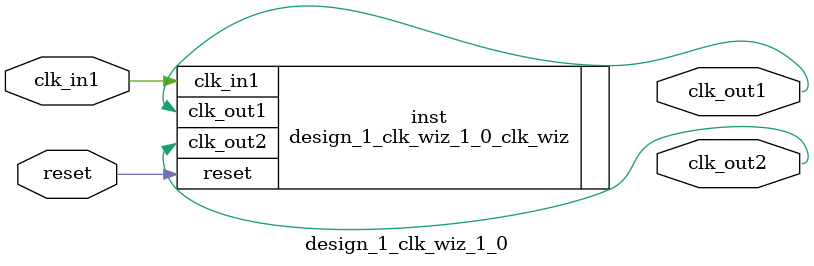
<source format=v>


`timescale 1ps/1ps

(* CORE_GENERATION_INFO = "design_1_clk_wiz_1_0,clk_wiz_v6_0_1_0_0,{component_name=design_1_clk_wiz_1_0,use_phase_alignment=true,use_min_o_jitter=false,use_max_i_jitter=false,use_dyn_phase_shift=false,use_inclk_switchover=false,use_dyn_reconfig=false,enable_axi=0,feedback_source=FDBK_AUTO,PRIMITIVE=MMCM,num_out_clk=2,clkin1_period=8.000,clkin2_period=10.000,use_power_down=false,use_reset=true,use_locked=false,use_inclk_stopped=false,feedback_type=SINGLE,CLOCK_MGR_TYPE=NA,manual_override=false}" *)

module design_1_clk_wiz_1_0 
 (
  // Clock out ports
  output        clk_out1,
  output        clk_out2,
  // Status and control signals
  input         reset,
 // Clock in ports
  input         clk_in1
 );

  design_1_clk_wiz_1_0_clk_wiz inst
  (
  // Clock out ports  
  .clk_out1(clk_out1),
  .clk_out2(clk_out2),
  // Status and control signals               
  .reset(reset), 
 // Clock in ports
  .clk_in1(clk_in1)
  );

endmodule

</source>
